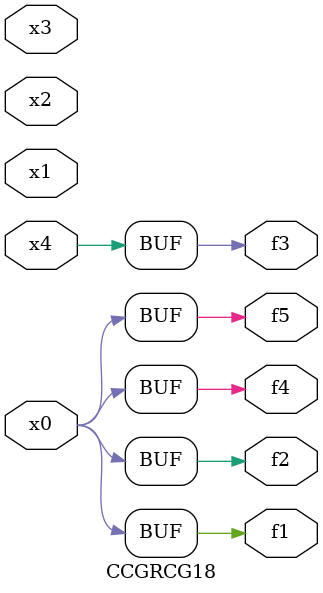
<source format=v>
module CCGRCG18(
	input x0, x1, x2, x3, x4,
	output f1, f2, f3, f4, f5
);
	assign f1 = x0;
	assign f2 = x0;
	assign f3 = x4;
	assign f4 = x0;
	assign f5 = x0;
endmodule

</source>
